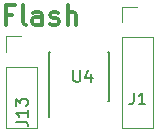
<source format=gto>
G04 #@! TF.GenerationSoftware,KiCad,Pcbnew,5.0.1-33cea8e~68~ubuntu14.04.1*
G04 #@! TF.CreationDate,2018-11-10T00:57:04-08:00*
G04 #@! TF.ProjectId,flash-addon,666C6173682D6164646F6E2E6B696361,rev?*
G04 #@! TF.SameCoordinates,Original*
G04 #@! TF.FileFunction,Legend,Top*
G04 #@! TF.FilePolarity,Positive*
%FSLAX46Y46*%
G04 Gerber Fmt 4.6, Leading zero omitted, Abs format (unit mm)*
G04 Created by KiCad (PCBNEW 5.0.1-33cea8e~68~ubuntu14.04.1) date Sat 10 Nov 2018 12:57:04 AM PST*
%MOMM*%
%LPD*%
G01*
G04 APERTURE LIST*
%ADD10C,0.300000*%
%ADD11C,0.120000*%
%ADD12C,0.150000*%
G04 APERTURE END LIST*
D10*
X146717688Y-84673931D02*
X146151021Y-84673931D01*
X146151021Y-85564407D02*
X146151021Y-83864407D01*
X146960545Y-83864407D01*
X147851021Y-85564407D02*
X147689117Y-85483455D01*
X147608164Y-85321550D01*
X147608164Y-83864407D01*
X149227212Y-85564407D02*
X149227212Y-84673931D01*
X149146260Y-84512026D01*
X148984355Y-84431074D01*
X148660545Y-84431074D01*
X148498640Y-84512026D01*
X149227212Y-85483455D02*
X149065307Y-85564407D01*
X148660545Y-85564407D01*
X148498640Y-85483455D01*
X148417688Y-85321550D01*
X148417688Y-85159645D01*
X148498640Y-84997740D01*
X148660545Y-84916788D01*
X149065307Y-84916788D01*
X149227212Y-84835836D01*
X149955783Y-85483455D02*
X150117688Y-85564407D01*
X150441498Y-85564407D01*
X150603402Y-85483455D01*
X150684355Y-85321550D01*
X150684355Y-85240598D01*
X150603402Y-85078693D01*
X150441498Y-84997740D01*
X150198640Y-84997740D01*
X150036736Y-84916788D01*
X149955783Y-84754883D01*
X149955783Y-84673931D01*
X150036736Y-84512026D01*
X150198640Y-84431074D01*
X150441498Y-84431074D01*
X150603402Y-84512026D01*
X151412926Y-85564407D02*
X151412926Y-83864407D01*
X152141498Y-85564407D02*
X152141498Y-84673931D01*
X152060545Y-84512026D01*
X151898640Y-84431074D01*
X151655783Y-84431074D01*
X151493879Y-84512026D01*
X151412926Y-84592979D01*
D11*
G04 #@! TO.C,J13*
X146170000Y-94260000D02*
X148830000Y-94260000D01*
X146170000Y-89120000D02*
X146170000Y-94260000D01*
X148830000Y-89120000D02*
X148830000Y-94260000D01*
X146170000Y-89120000D02*
X148830000Y-89120000D01*
X146170000Y-87850000D02*
X146170000Y-86520000D01*
X146170000Y-86520000D02*
X147500000Y-86520000D01*
D12*
G04 #@! TO.C,U4*
X149791980Y-91955440D02*
X149841980Y-91955440D01*
X149791980Y-87805440D02*
X149936980Y-87805440D01*
X154941980Y-87805440D02*
X154796980Y-87805440D01*
X154941980Y-91955440D02*
X154796980Y-91955440D01*
X149791980Y-91955440D02*
X149791980Y-87805440D01*
X154941980Y-91955440D02*
X154941980Y-87805440D01*
X149841980Y-91955440D02*
X149841980Y-93355440D01*
D11*
G04 #@! TO.C,J1*
X155972200Y-94294000D02*
X158632200Y-94294000D01*
X155972200Y-86614000D02*
X155972200Y-94294000D01*
X158632200Y-86614000D02*
X158632200Y-94294000D01*
X155972200Y-86614000D02*
X158632200Y-86614000D01*
X155972200Y-85344000D02*
X155972200Y-84014000D01*
X155972200Y-84014000D02*
X157302200Y-84014000D01*
G04 #@! TO.C,J13*
D12*
X147021300Y-93753203D02*
X147735586Y-93753203D01*
X147878443Y-93800822D01*
X147973681Y-93896060D01*
X148021300Y-94038918D01*
X148021300Y-94134156D01*
X148021300Y-92753203D02*
X148021300Y-93324632D01*
X148021300Y-93038918D02*
X147021300Y-93038918D01*
X147164158Y-93134156D01*
X147259396Y-93229394D01*
X147307015Y-93324632D01*
X147021300Y-92419870D02*
X147021300Y-91800822D01*
X147402253Y-92134156D01*
X147402253Y-91991299D01*
X147449872Y-91896060D01*
X147497491Y-91848441D01*
X147592729Y-91800822D01*
X147830824Y-91800822D01*
X147926062Y-91848441D01*
X147973681Y-91896060D01*
X148021300Y-91991299D01*
X148021300Y-92277013D01*
X147973681Y-92372251D01*
X147926062Y-92419870D01*
G04 #@! TO.C,U4*
X151902255Y-89381080D02*
X151902255Y-90190604D01*
X151949874Y-90285842D01*
X151997493Y-90333461D01*
X152092731Y-90381080D01*
X152283207Y-90381080D01*
X152378445Y-90333461D01*
X152426064Y-90285842D01*
X152473683Y-90190604D01*
X152473683Y-89381080D01*
X153378445Y-89714414D02*
X153378445Y-90381080D01*
X153140350Y-89333461D02*
X152902255Y-90047747D01*
X153521302Y-90047747D01*
G04 #@! TO.C,J1*
X156996806Y-91283540D02*
X156996806Y-91997826D01*
X156949187Y-92140683D01*
X156853949Y-92235921D01*
X156711092Y-92283540D01*
X156615854Y-92283540D01*
X157996806Y-92283540D02*
X157425378Y-92283540D01*
X157711092Y-92283540D02*
X157711092Y-91283540D01*
X157615854Y-91426398D01*
X157520616Y-91521636D01*
X157425378Y-91569255D01*
G04 #@! TD*
M02*

</source>
